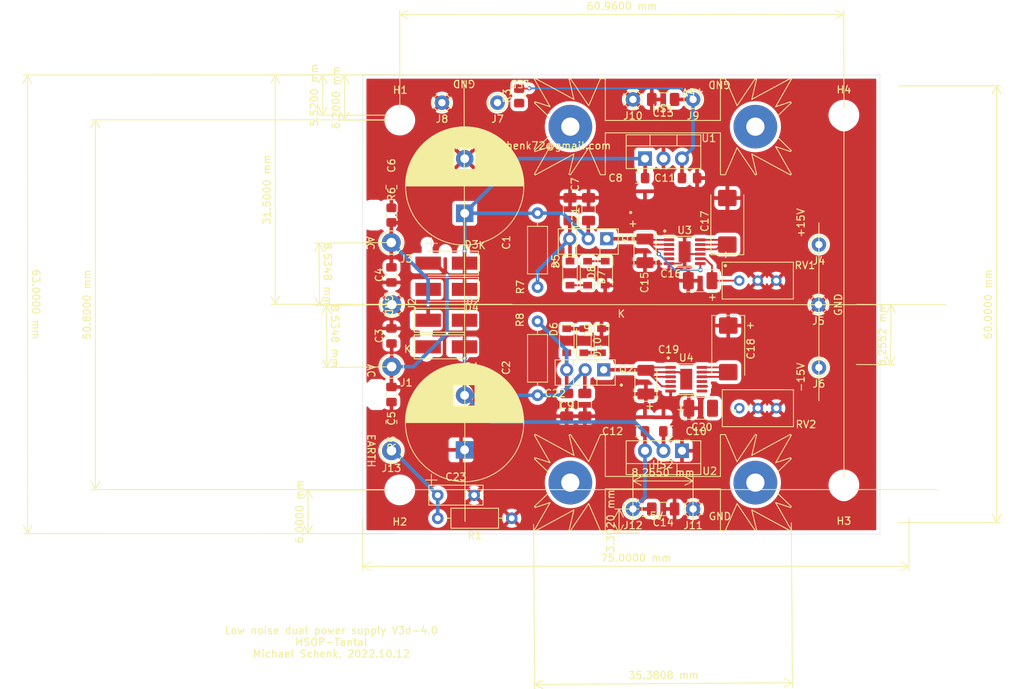
<source format=kicad_pcb>
(kicad_pcb (version 20211014) (generator pcbnew)
  (layers (0 "F.Cu" signal) (31 "B.Cu" signal) (34 "B.Paste" user) (35 "F.Paste" user) (36 "B.SilkS" user "B.Silkscreen") (37 "F.SilkS" user "F.Silkscreen") (38 "B.Mask" user) (39 "F.Mask" user) (44 "Edge.Cuts" user))
  (net 0 "")
  (net 1 "GND")
  (net 2 "Net-(C1-Pad1)")
  (net 3 "Net-(C4-Pad2)")
  (net 4 "Net-(C10-Pad2)")
  (net 5 "Net-(C11-Pad1)")
  (net 6 "Net-(C12-Pad2)")
  (net 7 "Net-(J7-Pad1)")
  (net 8 "Net-(C7-Pad1)")
  (net 9 "Net-(C9-Pad2)")
  (net 10 "Net-(C17-Pad1)")
  (net 11 "Net-(C18-Pad2)")
  (net 12 "Net-(C3-Pad1)")
  (net 13 "Net-(C5-Pad2)")
  (net 14 "Net-(C6-Pad2)")
  (net 15 "Net-(C20-Pad2)")
  (net 16 "Net-(D5-Pad2)")
  (net 17 "Net-(D10-Pad2)")
  (net 18 "Net-(D7-Pad2)")
  (net 19 "Net-(D10-Pad1)")
  (net 20 "Net-(C15-Pad1)")
  (net 21 "Net-(C16-Pad1)")
  (net 22 "Net-(C19-Pad2)")
  (net 26 "Net-(R1-Pad2)")
  (footprint "MountingHole:MountingHole_3.2mm_M3" (layer "F.Cu") (at 85.09 84.5)
    (fp_text reference "H2" (at 0 4.3815) (layer "F.SilkS"))
    (fp_text value "MountingHole")
    (pad "" np_thru_hole circle (at 0 0) (size 3.2 3.2) (drill 3.2) (layers *.Cu *.Mask))
  )
  (footprint "Connector_Pin:Pin_D1.0mm_L10.0mm" (layer "F.Cu") (at 142.5575 59.055)
    (fp_text reference "J5" (at 0 2.25) (layer "F.SilkS"))
    (fp_text value "GND")
    (pad "1" thru_hole circle (at 0 0) (size 2 2) (drill 1) (layers *.Cu *.Mask) (net 1 "GND"))
  )
  (footprint "Capacitor_THT:CP_Radial_D16.0mm_P7.50mm" (layer "F.Cu") (at 94 46.5 90)
    (fp_text reference "C1" (at -4.0132 5.715 90) (layer "F.SilkS"))
    (fp_text value "2200uF")
    (pad "1" thru_hole rect (at 0 0 90) (size 2.4 2.4) (drill 1.2) (layers *.Cu *.Mask) (net 2 "Net-(C1-Pad1)"))
    (pad "2" thru_hole circle (at 7.5 0 90) (size 2.4 2.4) (drill 1.2) (layers *.Cu *.Mask) (net 1 "GND"))
  )
  (footprint "MountingHole:MountingHole_3.2mm_M3" (layer "F.Cu") (at 85.09 33.7)
    (fp_text reference "H1" (at 0.0635 -4.1275) (layer "F.SilkS"))
    (fp_text value "MountingHole")
    (pad "" np_thru_hole circle (at 0 0) (size 3.2 3.2) (drill 3.2) (layers *.Cu *.Mask))
  )
  (footprint "MountingHole:MountingHole_3.2mm_M3" (layer "F.Cu") (at 146.05 33.655)
    (fp_text reference "H4" (at 0 -4.1275) (layer "F.SilkS"))
    (fp_text value "MountingHole")
    (pad "" np_thru_hole circle (at 0 0) (size 3.2 3.2) (drill 3.2) (layers *.Cu *.Mask))
  )
  (footprint "Connector_Pin:Pin_D1.3mm_L11.0mm" (layer "F.Cu") (at 83.9724 67.564)
    (fp_text reference "J1" (at 2.0066 2.2098) (layer "F.SilkS"))
    (fp_text value "AC")
    (pad "1" thru_hole circle (at 0 0) (size 2.6 2.6) (drill 1.3) (layers *.Cu *.Mask) (net 12 "Net-(C3-Pad1)"))
  )
  (footprint "Connector_Pin:Pin_D1.0mm_L10.0mm" (layer "F.Cu") (at 142.621 50.8)
    (fp_text reference "J4" (at 0 2.25) (layer "F.SilkS"))
    (fp_text value "+15V")
    (pad "1" thru_hole circle (at 0 0) (size 2 2) (drill 1) (layers *.Cu *.Mask) (net 10 "Net-(C17-Pad1)"))
  )
  (footprint "Potentiometer_THT:Potentiometer_Bourns_3296W_Vertical" (layer "F.Cu") (at 131.689 55.753 180)
    (fp_text reference "RV1" (at -9.017 2.0955) (layer "F.SilkS"))
    (fp_text value "200k")
    (pad "1" thru_hole circle (at 0 0 180) (size 1.44 1.44) (drill 0.8) (layers *.Cu *.Mask) (net 21 "Net-(C16-Pad1)"))
    (pad "2" thru_hole circle (at -2.54 0 180) (size 1.44 1.44) (drill 0.8) (layers *.Cu *.Mask) (net 1 "GND"))
    (pad "3" thru_hole circle (at -5.08 0 180) (size 1.44 1.44) (drill 0.8) (layers *.Cu *.Mask) (net 1 "GND"))
  )
  (footprint "Capacitor_THT:CP_Radial_D16.0mm_P7.50mm" (layer "F.Cu") (at 93.98 79 90)
    (fp_text reference "C2" (at 11.2846 5.715 90) (layer "F.SilkS"))
    (fp_text value "2200uF")
    (pad "1" thru_hole rect (at 0 0 90) (size 2.4 2.4) (drill 1.2) (layers *.Cu *.Mask) (net 1 "GND"))
    (pad "2" thru_hole circle (at 7.5 0 90) (size 2.4 2.4) (drill 1.2) (layers *.Cu *.Mask) (net 4 "Net-(C10-Pad2)"))
  )
  (footprint "MountingHole:MountingHole_3.2mm_M3" (layer "F.Cu") (at 146.05 84.455)
    (fp_text reference "H3" (at 0 4.318) (layer "F.SilkS"))
    (fp_text value "MountingHole")
    (pad "" np_thru_hole circle (at 0 0) (size 3.2 3.2) (drill 3.2) (layers *.Cu *.Mask))
  )
  (footprint "Capacitor_SMD:C_0805_2012Metric_Pad1.18x1.45mm_HandSolder" (layer "F.Cu") (at 117.729 41.656 180)
    (fp_text reference "C8" (at 3.0265 0) (layer "F.SilkS"))
    (fp_text value "330nF")
    (pad "1" smd roundrect (at -1.0375 0 180) (size 1.175 1.45) (layers "F.Cu" "F.Paste" "F.Mask") (roundrect_rratio 0.212766) (net 2 "Net-(C1-Pad1)"))
    (pad "2" smd roundrect (at 1.0375 0 180) (size 1.175 1.45) (layers "F.Cu" "F.Paste" "F.Mask") (roundrect_rratio 0.212766) (net 1 "GND"))
  )
  (footprint "Capacitor_SMD:C_0805_2012Metric_Pad1.18x1.45mm_HandSolder" (layer "F.Cu") (at 122.301 76.454 180)
    (fp_text reference "C10" (at -3.471 0) (layer "F.SilkS"))
    (fp_text value "330nF")
    (pad "1" smd roundrect (at -1.0375 0 180) (size 1.175 1.45) (layers "F.Cu" "F.Paste" "F.Mask") (roundrect_rratio 0.212766) (net 1 "GND"))
    (pad "2" smd roundrect (at 1.0375 0 180) (size 1.175 1.45) (layers "F.Cu" "F.Paste" "F.Mask") (roundrect_rratio 0.212766) (net 4 "Net-(C10-Pad2)"))
  )
  (footprint "Capacitor_SMD:C_0805_2012Metric_Pad1.18x1.45mm_HandSolder" (layer "F.Cu") (at 124.8625 41.656)
    (fp_text reference "C11" (at -3.387 0) (layer "F.SilkS"))
    (fp_text value "100nF")
    (pad "1" smd roundrect (at -1.0375 0) (size 1.175 1.45) (layers "F.Cu" "F.Paste" "F.Mask") (roundrect_rratio 0.212766) (net 5 "Net-(C11-Pad1)"))
    (pad "2" smd roundrect (at 1.0375 0) (size 1.175 1.45) (layers "F.Cu" "F.Paste" "F.Mask") (roundrect_rratio 0.212766) (net 1 "GND"))
  )
  (footprint "Capacitor_SMD:C_0805_2012Metric_Pad1.18x1.45mm_HandSolder" (layer "F.Cu") (at 117.7075 76.454)
    (fp_text reference "C12" (at -3.4075 0) (layer "F.SilkS"))
    (fp_text value "100nF")
    (pad "1" smd roundrect (at -1.0375 0) (size 1.175 1.45) (layers "F.Cu" "F.Paste" "F.Mask") (roundrect_rratio 0.212766) (net 1 "GND"))
    (pad "2" smd roundrect (at 1.0375 0) (size 1.175 1.45) (layers "F.Cu" "F.Paste" "F.Mask") (roundrect_rratio 0.212766) (net 6 "Net-(C12-Pad2)"))
  )
  (footprint "Connector_Pin:Pin_D1.0mm_L10.0mm" (layer "F.Cu") (at 98.5 31.3055)
    (fp_text reference "J7" (at 0 2.25) (layer "F.SilkS"))
    (fp_text value "LED")
    (pad "1" thru_hole circle (at 0 0) (size 2 2) (drill 1) (layers *.Cu *.Mask) (net 7 "Net-(J7-Pad1)"))
  )
  (footprint "Connector_Pin:Pin_D1.0mm_L10.0mm" (layer "F.Cu") (at 90.88 31.3055)
    (fp_text reference "J8" (at 0 2.25) (layer "F.SilkS"))
    (fp_text value "GND")
    (pad "1" thru_hole circle (at 0 0) (size 2 2) (drill 1) (layers *.Cu *.Mask) (net 1 "GND"))
  )
  (footprint "Connector_Pin:Pin_D1.0mm_L10.0mm" (layer "F.Cu") (at 125.349 30.861)
    (fp_text reference "J9" (at 0 2.25) (layer "F.SilkS"))
    (fp_text value "+5V")
    (pad "1" thru_hole circle (at 0 0) (size 2 2) (drill 1) (layers *.Cu *.Mask) (net 5 "Net-(C11-Pad1)"))
  )
  (footprint "Connector_Pin:Pin_D1.0mm_L10.0mm" (layer "F.Cu") (at 117.094 30.861)
    (fp_text reference "J10" (at 0 2.25) (layer "F.SilkS"))
    (fp_text value "GND")
    (pad "1" thru_hole circle (at 0 0) (size 2 2) (drill 1) (layers *.Cu *.Mask) (net 1 "GND"))
  )
  (footprint "Connector_Pin:Pin_D1.0mm_L10.0mm" (layer "F.Cu") (at 125.349 87.122)
    (fp_text reference "J11" (at 0 2.25) (layer "F.SilkS"))
    (fp_text value "GND")
    (pad "1" thru_hole circle (at 0 0) (size 2 2) (drill 1) (layers *.Cu *.Mask) (net 1 "GND"))
  )
  (footprint "Resistor_SMD:R_0805_2012Metric_Pad1.20x1.40mm_HandSolder" (layer "F.Cu") (at 101.473 30.369 90)
    (fp_text reference "R3" (at 0 -1.65 90) (layer "F.SilkS"))
    (fp_text value "240R")
    (pad "1" smd roundrect (at -1 0 90) (size 1.2 1.4) (layers "F.Cu" "F.Paste" "F.Mask") (roundrect_rratio 0.208333) (net 7 "Net-(J7-Pad1)"))
    (pad "2" smd roundrect (at 1 0 90) (size 1.2 1.4) (layers "F.Cu" "F.Paste" "F.Mask") (roundrect_rratio 0.208333) (net 5 "Net-(C11-Pad1)"))
  )
  (footprint "Connector_Pin:Pin_D1.3mm_L11.0mm" (layer "F.Cu") (at 84 59.0505)
    (fp_text reference "J2" (at 2.794 -0.0635 270) (layer "F.SilkS"))
    (fp_text value "GND")
    (pad "1" thru_hole circle (at 0 0) (size 2.6 2.6) (drill 1.3) (layers *.Cu *.Mask) (net 1 "GND"))
  )
  (footprint "Capacitor_Tantalum_SMD:CP_EIA-7343-31_Kemet-D_Pad2.25x2.55mm_HandSolder" (layer "F.Cu") (at 130.048 47.6 90)
    (fp_text reference "C17" (at 0 -3.1 90) (layer "F.SilkS"))
    (fp_text value "33uF/25V")
    (pad "1" smd roundrect (at -3.2 0 90) (size 2.25 2.55) (layers "F.Cu" "F.Paste" "F.Mask") (roundrect_rratio 0.111111) (net 10 "Net-(C17-Pad1)"))
    (pad "2" smd roundrect (at 3.2 0 90) (size 2.25 2.55) (layers "F.Cu" "F.Paste" "F.Mask") (roundrect_rratio 0.111111) (net 1 "GND"))
  )
  (footprint "Diode_SMD:D_SMA_Handsoldering" (layer "F.Cu") (at 91.48 64.849)
    (fp_text reference "D1" (at 3.5668 2.7432) (layer "F.SilkS"))
    (fp_text value "BYG20D")
    (pad "1" smd rect (at -2.5 0) (size 3.5 1.8) (layers "F.Cu" "F.Paste" "F.Mask") (net 12 "Net-(C3-Pad1)"))
    (pad "2" smd rect (at 2.5 0) (size 3.5 1.8) (layers "F.Cu" "F.Paste" "F.Mask") (net 4 "Net-(C10-Pad2)"))
  )
  (footprint "Diode_SMD:D_SMA_Handsoldering" (layer "F.Cu") (at 91.48 61.1914)
    (fp_text reference "D2" (at 3.6684 -2.6416) (layer "F.SilkS"))
    (fp_text value "BYG20D")
    (pad "1" smd rect (at -2.5 0) (size 3.5 1.8) (layers "F.Cu" "F.Paste" "F.Mask") (net 3 "Net-(C4-Pad2)"))
    (pad "2" smd rect (at 2.5 0) (size 3.5 1.8) (layers "F.Cu" "F.Paste" "F.Mask") (net 4 "Net-(C10-Pad2)"))
  )
  (footprint "Package_TO_SOT_THT:TO-220-3_Vertical" (layer "F.Cu") (at 123.825 79.121 180)
    (fp_text reference "U2" (at -3.81 -2.794) (layer "F.SilkS"))
    (fp_text value "LM7905_TO220")
    (pad "1" thru_hole rect (at 0 0 180) (size 1.905 2) (drill 1.1) (layers *.Cu *.Mask) (net 1 "GND"))
    (pad "2" thru_hole oval (at 2.54 0 180) (size 1.905 2) (drill 1.1) (layers *.Cu *.Mask) (net 4 "Net-(C10-Pad2)"))
    (pad "3" thru_hole oval (at 5.08 0 180) (size 1.905 2) (drill 1.1) (layers *.Cu *.Mask) (net 6 "Net-(C12-Pad2)"))
  )
  (footprint "Potentiometer_THT:Potentiometer_Bourns_3296W_Vertical" (layer "F.Cu") (at 131.699 73.279 180)
    (fp_text reference "RV2" (at -9.144 -2.2225) (layer "F.SilkS"))
    (fp_text value "200k")
    (pad "1" thru_hole circle (at 0 0 180) (size 1.44 1.44) (drill 0.8) (layers *.Cu *.Mask) (net 15 "Net-(C20-Pad2)"))
    (pad "2" thru_hole circle (at -2.54 0 180) (size 1.44 1.44) (drill 0.8) (layers *.Cu *.Mask) (net 1 "GND"))
    (pad "3" thru_hole circle (at -5.08 0 180) (size 1.44 1.44) (drill 0.8) (layers *.Cu *.Mask) (net 1 "GND"))
  )
  (footprint "Connector_Pin:Pin_D1.3mm_L11.0mm" (layer "F.Cu") (at 83.9216 50.5161)
    (fp_text reference "J3" (at 2.0574 2.2479 180) (layer "F.SilkS"))
    (fp_text value "AC")
    (pad "1" thru_hole circle (at 0 0) (size 2.6 2.6) (drill 1.3) (layers *.Cu *.Mask) (net 3 "Net-(C4-Pad2)"))
  )
  (footprint "Diode_SMD:D_SMA_Handsoldering" (layer "F.Cu") (at 91.48 53.349 180)
    (fp_text reference "D3" (at -3.4652 2.54) (layer "F.SilkS"))
    (fp_text value "BYG20D")
    (pad "1" smd rect (at -2.5 0 180) (size 3.5 1.8) (layers "F.Cu" "F.Paste" "F.Mask") (net 2 "Net-(C1-Pad1)"))
    (pad "2" smd rect (at 2.5 0 180) (size 3.5 1.8) (layers "F.Cu" "F.Paste" "F.Mask") (net 12 "Net-(C3-Pad1)"))
  )
  (footprint "Diode_SMD:D_SMA_Handsoldering" (layer "F.Cu") (at 91.48 56.9558 180)
    (fp_text reference "D4" (at -3.4652 -2.5) (layer "F.SilkS"))
    (fp_text value "BYG20D")
    (pad "1" smd rect (at -2.5 0 180) (size 3.5 1.8) (layers "F.Cu" "F.Paste" "F.Mask") (net 2 "Net-(C1-Pad1)"))
    (pad "2" smd rect (at 2.5 0 180) (size 3.5 1.8) (layers "F.Cu" "F.Paste" "F.Mask") (net 3 "Net-(C4-Pad2)"))
  )
  (footprint "Capacitor_SMD:C_0805_2012Metric_Pad1.18x1.45mm_HandSolder" (layer "F.Cu") (at 83.947 63.3515 90)
    (fp_text reference "C3" (at 0 -1.68 90) (layer "F.SilkS"))
    (fp_text value "Cx/10nF/50V")
    (pad "1" smd roundrect (at -1.0375 0 90) (size 1.175 1.45) (layers "F.Cu" "F.Paste" "F.Mask") (roundrect_rratio 0.212766) (net 12 "Net-(C3-Pad1)"))
    (pad "2" smd roundrect (at 1.0375 0 90) (size 1.175 1.45) (layers "F.Cu" "F.Paste" "F.Mask") (roundrect_rratio 0.212766) (net 1 "GND"))
  )
  (footprint "Capacitor_SMD:C_0805_2012Metric_Pad1.18x1.45mm_HandSolder" (layer "F.Cu") (at 83.947 54.9625 90)
    (fp_text reference "C4" (at 0 -1.68 90) (layer "F.SilkS"))
    (fp_text value "Cx/10nF/50V")
    (pad "1" smd roundrect (at -1.0375 0 90) (size 1.175 1.45) (layers "F.Cu" "F.Paste" "F.Mask") (roundrect_rratio 0.212766) (net 1 "GND"))
    (pad "2" smd roundrect (at 1.0375 0 90) (size 1.175 1.45) (layers "F.Cu" "F.Paste" "F.Mask") (roundrect_rratio 0.212766) (net 3 "Net-(C4-Pad2)"))
  )
  (footprint "Capacitor_SMD:C_0805_2012Metric_Pad1.18x1.45mm_HandSolder" (layer "F.Cu") (at 83.947 71.3955 -90)
    (fp_text reference "C5" (at 3.2805 0 90) (layer "F.SilkS"))
    (fp_text value "Cs/50V")
    (pad "1" smd roundrect (at -1.0375 0 270) (size 1.175 1.45) (layers "F.Cu" "F.Paste" "F.Mask") (roundrect_rratio 0.212766) (net 12 "Net-(C3-Pad1)"))
    (pad "2" smd roundrect (at 1.0375 0 270) (size 1.175 1.45) (layers "F.Cu" "F.Paste" "F.Mask") (roundrect_rratio 0.212766) (net 13 "Net-(C5-Pad2)"))
  )
  (footprint "Capacitor_SMD:C_0805_2012Metric_Pad1.18x1.45mm_HandSolder" (layer "F.Cu") (at 83.947 42.9045 -90)
    (fp_text reference "C6" (at -2.963 0 90) (layer "F.SilkS"))
    (fp_text value "Cs/50V")
    (pad "1" smd roundrect (at -1.0375 0 270) (size 1.175 1.45) (layers "F.Cu" "F.Paste" "F.Mask") (roundrect_rratio 0.212766) (net 1 "GND"))
    (pad "2" smd roundrect (at 1.0375 0 270) (size 1.175 1.45) (layers "F.Cu" "F.Paste" "F.Mask") (roundrect_rratio 0.212766) (net 14 "Net-(C6-Pad2)"))
  )
  (footprint "Capacitor_SMD:C_1206_3216Metric_Pad1.33x1.80mm_HandSolder" (layer "F.Cu") (at 108.458 45.9375 90)
    (fp_text reference "C7" (at 3.3905 0.6985 90) (layer "F.SilkS"))
    (fp_text value "4.7uF/50V")
    (pad "1" smd roundrect (at -1.5625 0 90) (size 1.325 1.8) (layers "F.Cu" "F.Paste" "F.Mask") (roundrect_rratio 0.188679) (net 8 "Net-(C7-Pad1)"))
    (pad "2" smd roundrect (at 1.5625 0 90) (size 1.325 1.8) (layers "F.Cu" "F.Paste" "F.Mask") (roundrect_rratio 0.188679) (net 1 "GND"))
  )
  (footprint "Capacitor_SMD:C_1206_3216Metric_Pad1.33x1.80mm_HandSolder" (layer "F.Cu") (at 108 72.8095 90)
    (fp_text reference "C9" (at -0.0885 0) (layer "F.SilkS"))
    (fp_text value "4.7uF/50V")
    (pad "1" smd roundrect (at -1.5625 0 90) (size 1.325 1.8) (layers "F.Cu" "F.Paste" "F.Mask") (roundrect_rratio 0.188679) (net 1 "GND"))
    (pad "2" smd roundrect (at 1.5625 0 90) (size 1.325 1.8) (layers "F.Cu" "F.Paste" "F.Mask") (roundrect_rratio 0.188679) (net 9 "Net-(C9-Pad2)"))
  )
  (footprint "Diode_SMD:D_SOD-123" (layer "F.Cu") (at 108.458 54.736 -90)
    (fp_text reference "D5" (at -1.65 1.9685 90) (layer "F.SilkS"))
    (fp_text value "MMSZ5232B/5.6V")
    (pad "1" smd rect (at -1.65 0 270) (size 0.9 1.2) (layers "F.Cu" "F.Paste" "F.Mask") (net 8 "Net-(C7-Pad1)"))
    (pad "2" smd rect (at 1.65 0 270) (size 0.9 1.2) (layers "F.Cu" "F.Paste" "F.Mask") (net 16 "Net-(D5-Pad2)"))
  )
  (footprint "Diode_SMD:D_SOD-123" (layer "F.Cu") (at 108 64.009 -90)
    (fp_text reference "D6" (at -1.5885 1.778 -270) (layer "F.SilkS"))
    (fp_text value "MMSZ5232B/5.6V")
    (pad "1" smd rect (at -1.65 0 270) (size 0.9 1.2) (layers "F.Cu" "F.Paste" "F.Mask") (net 17 "Net-(D10-Pad2)"))
    (pad "2" smd rect (at 1.65 0 270) (size 0.9 1.2) (layers "F.Cu" "F.Paste" "F.Mask") (net 9 "Net-(C9-Pad2)"))
  )
  (footprint "Package_TO_SOT_THT:TO-126-3_Vertical" (layer "F.Cu") (at 113.5 50 180)
    (fp_text reference "Q1" (at -2.9845 0.0635) (layer "F.SilkS"))
    (fp_text value "BD139")
    (pad "1" thru_hole rect (at 0 0 180) (size 1.8 1.8) (drill 1) (layers *.Cu *.Mask) (net 20 "Net-(C15-Pad1)"))
    (pad "2" thru_hole oval (at 2.54 0 180) (size 1.8 1.8) (drill 1) (layers *.Cu *.Mask) (net 2 "Net-(C1-Pad1)"))
    (pad "3" thru_hole oval (at 5.08 0 180) (size 1.8 1.8) (drill 1) (layers *.Cu *.Mask) (net 8 "Net-(C7-Pad1)"))
  )
  (footprint "Package_TO_SOT_THT:TO-126-3_Vertical" (layer "F.Cu") (at 113.08 68 180)
    (fp_text reference "Q2" (at -3.1115 0.0635) (layer "F.SilkS"))
    (fp_text value "BD140")
    (pad "1" thru_hole rect (at 0 0 180) (size 1.8 1.8) (drill 1) (layers *.Cu *.Mask) (net 22 "Net-(C19-Pad2)"))
    (pad "2" thru_hole oval (at 2.54 0 180) (size 1.8 1.8) (drill 1) (layers *.Cu *.Mask) (net 4 "Net-(C10-Pad2)"))
    (pad "3" thru_hole oval (at 5.08 0 180) (size 1.8 1.8) (drill 1) (layers *.Cu *.Mask) (net 9 "Net-(C9-Pad2)"))
  )
  (footprint "Resistor_SMD:R_0805_2012Metric_Pad1.20x1.40mm_HandSolder" (layer "F.Cu") (at 83.947 75.168 -90)
    (fp_text reference "R5" (at 2.8735 -0.0635 90) (layer "F.SilkS"))
    (fp_text value "Rs/1/8W")
    (pad "1" smd roundrect (at -1 0 270) (size 1.2 1.4) (layers "F.Cu" "F.Paste" "F.Mask") (roundrect_rratio 0.208333) (net 13 "Net-(C5-Pad2)"))
    (pad "2" smd roundrect (at 1 0 270) (size 1.2 1.4) (layers "F.Cu" "F.Paste" "F.Mask") (roundrect_rratio 0.208333) (net 1 "GND"))
  )
  (footprint "Resistor_SMD:R_0805_2012Metric_Pad1.20x1.40mm_HandSolder" (layer "F.Cu") (at 83.947 46.752 -90)
    (fp_text reference "R6" (at -2.8735 0 90) (layer "F.SilkS"))
    (fp_text value "Rs/1/8W")
    (pad "1" smd roundrect (at -1 0 270) (size 1.2 1.4) (layers "F.Cu" "F.Paste" "F.Mask") (roundrect_rratio 0.208333) (net 14 "Net-(C6-Pad2)"))
    (pad "2" smd roundrect (at 1 0 270) (size 1.2 1.4) (layers "F.Cu" "F.Paste" "F.Mask") (roundrect_rratio 0.208333) (net 3 "Net-(C4-Pad2)"))
  )
  (footprint "Resistor_THT:R_Axial_DIN0207_L6.3mm_D2.5mm_P10.16mm_Horizontal" (layer "F.Cu") (at 104 46.482 -90)
    (fp_text reference "R7" (at 10.16 2.3495 90) (layer "F.SilkS"))
    (fp_text value "430R/0.6W")
    (pad "1" thru_hole circle (at 0 0 270) (size 1.6 1.6) (drill 0.8) (layers *.Cu *.Mask) (net 2 "Net-(C1-Pad1)"))
    (pad "2" thru_hole oval (at 10.16 0 270) (size 1.6 1.6) (drill 0.8) (layers *.Cu *.Mask) (net 8 "Net-(C7-Pad1)"))
  )
  (footprint "Resistor_THT:R_Axial_DIN0207_L6.3mm_D2.5mm_P10.16mm_Horizontal" (layer "F.Cu") (at 104 61.34 -90)
    (fp_text reference "R8" (at -0.1905 2.413 90) (layer "F.SilkS"))
    (fp_text value "430R/0.6W")
    (pad "1" thru_hole circle (at 0 0 270) (size 1.6 1.6) (drill 0.8) (layers *.Cu *.Mask) (net 9 "Net-(C9-Pad2)"))
    (pad "2" thru_hole oval (at 10.16 0 270) (size 1.6 1.6) (drill 0.8) (layers *.Cu *.Mask) (net 4 "Net-(C10-Pad2)"))
  )
  (footprint "Capacitor_SMD:C_1206_3216Metric_Pad1.33x1.80mm_HandSolder" (layer "F.Cu") (at 121.2465 30.861 180)
    (fp_text reference "C13" (at 0 -1.85) (layer "F.SilkS"))
    (fp_text value "10uF/25V")
    (pad "1" smd roundrect (at -1.5625 0 180) (size 1.325 1.8) (layers "F.Cu" "F.Paste" "F.Mask") (roundrect_rratio 0.188679) (net 5 "Net-(C11-Pad1)"))
    (pad "2" smd roundrect (at 1.5625 0 180) (size 1.325 1.8) (layers "F.Cu" "F.Paste" "F.Mask") (roundrect_rratio 0.188679) (net 1 "GND"))
  )
  (footprint "Capacitor_SMD:C_1206_3216Metric_Pad1.33x1.80mm_HandSolder" (layer "F.Cu") (at 121.2465 87.122 180)
    (fp_text reference "C14" (at 0 -1.85) (layer "F.SilkS"))
    (fp_text value "10uF/25V")
    (pad "1" smd roundrect (at -1.5625 0 180) (size 1.325 1.8) (layers "F.Cu" "F.Paste" "F.Mask") (roundrect_rratio 0.188679) (net 1 "GND"))
    (pad "2" smd roundrect (at 1.5625 0 180) (size 1.325 1.8) (layers "F.Cu" "F.Paste" "F.Mask") (roundrect_rratio 0.188679) (net 6 "Net-(C12-Pad2)"))
  )
  (footprint "Connector_Pin:Pin_D1.0mm_L10.0mm" (layer "F.Cu") (at 117.094 87.122)
    (fp_text reference "J12" (at 0 2.25) (layer "F.SilkS"))
    (fp_text value "-5V")
    (pad "1" thru_hole circle (at 0 0) (size 2 2) (drill 1) (layers *.Cu *.Mask) (net 6 "Net-(C12-Pad2)"))
  )
  (footprint "Package_TO_SOT_THT:TO-220-3_Vertical" (layer "F.Cu") (at 118.745 38.989)
    (fp_text reference "U1" (at 8.763 -2.794) (layer "F.SilkS"))
    (fp_text value "LM7805_TO220")
    (pad "1" thru_hole rect (at 0 0) (size 1.905 2) (drill 1.1) (layers *.Cu *.Mask) (net 2 "Net-(C1-Pad1)"))
    (pad "2" thru_hole oval (at 2.54 0) (size 1.905 2) (drill 1.1) (layers *.Cu *.Mask) (net 1 "GND"))
    (pad "3" thru_hole oval (at 5.08 0) (size 1.905 2) (drill 1.1) (layers *.Cu *.Mask) (net 5 "Net-(C11-Pad1)"))
  )
  (footprint "Capacitor_Tantalum_SMD:CP_EIA-7343-31_Kemet-D_Pad2.25x2.55mm_HandSolder" (layer "F.Cu") (at 130.175 65.126 -90)
    (fp_text reference "C18" (at 0 -3.1 -270) (layer "F.SilkS"))
    (fp_text value "33uF/25V")
    (pad "1" smd roundrect (at -3.2 0 270) (size 2.25 2.55) (layers "F.Cu" "F.Paste" "F.Mask") (roundrect_rratio 0.111111) (net 1 "GND"))
    (pad "2" smd roundrect (at 3.2 0 270) (size 2.25 2.55) (layers "F.Cu" "F.Paste" "F.Mask") (roundrect_rratio 0.111111) (net 11 "Net-(C18-Pad2)"))
  )
  (footprint "Diode_SMD:D_SOD-123" (layer "F.Cu") (at 110.871 54.736 90)
    (fp_text reference "D7" (at -0.5705 1.905 90) (layer "F.SilkS"))
    (fp_text value "MMSZ5232B/5.6V")
    (pad "1" smd rect (at -1.65 0 90) (size 0.9 1.2) (layers "F.Cu" "F.Paste" "F.Mask") (net 16 "Net-(D5-Pad2)"))
    (pad "2" smd rect (at 1.65 0 90) (size 0.9 1.2) (layers "F.Cu" "F.Paste" "F.Mask") (net 18 "Net-(D7-Pad2)"))
  )
  (footprint "Diode_SMD:D_SOD-123" (layer "F.Cu") (at 113.284 54.736 -90)
    (fp_text reference "D8" (at -0.126 1.905 90) (layer "F.SilkS"))
    (fp_text value "MMSZ5232B/5.6V")
    (pad "1" smd rect (at -1.65 0 270) (size 0.9 1.2) (layers "F.Cu" "F.Paste" "F.Mask") (net 18 "Net-(D7-Pad2)"))
    (pad "2" smd rect (at 1.65 0 270) (size 0.9 1.2) (layers "F.Cu" "F.Paste" "F.Mask") (net 1 "GND"))
  )
  (footprint "Diode_SMD:D_SOD-123" (layer "F.Cu") (at 112.776 64.009 -90)
    (fp_text reference "D9" (at -1.4615 1.778 -270) (layer "F.SilkS"))
    (fp_text value "MMSZ5232B/5.6V")
    (pad "1" smd rect (at -1.65 0 270) (size 0.9 1.2) (layers "F.Cu" "F.Paste" "F.Mask") (net 1 "GND"))
    (pad "2" smd rect (at 1.65 0 270) (size 0.9 1.2) (layers "F.Cu" "F.Paste" "F.Mask") (net 19 "Net-(D10-Pad1)"))
  )
  (footprint "Diode_SMD:D_SOD-123" (layer "F.Cu") (at 110.363 64.009 90)
    (fp_text reference "D10" (at -0.9535 1.8415 90) (layer "F.SilkS"))
    (fp_text value "MMSZ5232B/5.6V")
    (pad "1" smd rect (at -1.65 0 90) (size 0.9 1.2) (layers "F.Cu" "F.Paste" "F.Mask") (net 19 "Net-(D10-Pad1)"))
    (pad "2" smd rect (at 1.65 0 90) (size 0.9 1.2) (layers "F.Cu" "F.Paste" "F.Mask") (net 17 "Net-(D10-Pad2)"))
  )
  (footprint "Capacitor_Tantalum_SMD:CP_EIA-3528-15_AVX-H_Pad1.50x2.35mm_HandSolder" (layer "F.Cu") (at 126.391 73.279)
    (fp_text reference "C20" (at 0.1645 2.6035) (layer "F.SilkS"))
    (fp_text value "4.7uF/35V")
    (pad "1" smd roundrect (at -1.625 0) (size 1.5 2.35) (layers "F.Cu" "F.Paste" "F.Mask") (roundrect_rratio 0.166667) (net 1 "GND"))
    (pad "2" smd roundrect (at 1.625 0) (size 1.5 2.35) (layers "F.Cu" "F.Paste" "F.Mask") (roundrect_rratio 0.166667) (net 15 "Net-(C20-Pad2)"))
  )
  (footprint "Connector_Pin:Pin_D1.0mm_L10.0mm" (layer "F.Cu") (at 142.621 67.691)
    (fp_text reference "J6" (at 0 2.25) (layer "F.SilkS"))
    (fp_text value "-15V")
    (pad "1" thru_hole circle (at 0 0) (size 2 2) (drill 1) (layers *.Cu *.Mask) (net 11 "Net-(C18-Pad2)"))
  )
  (footprint "Capacitor_SMD:C_1206_3216Metric_Pad1.33x1.80mm_HandSolder" (layer "F.Cu") (at 111 45.9375 90)
    (fp_text reference "C21" (at -1.168 -1.778 90) (layer "F.SilkS"))
    (fp_text value "4.7uF/50V")
    (pad "1" smd roundrect (at -1.5625 0 90) (size 1.325 1.8) (layers "F.Cu" "F.Paste" "F.Mask") (roundrect_rratio 0.188679) (net 2 "Net-(C1-Pad1)"))
    (pad "2" smd roundrect (at 1.5625 0 90) (size 1.325 1.8) (layers "F.Cu" "F.Paste" "F.Mask") (roundrect_rratio 0.188679) (net 1 "GND"))
  )
  (footprint "Capacitor_SMD:C_1206_3216Metric_Pad1.33x1.80mm_HandSolder" (layer "F.Cu") (at 110.49 72.8095 90)
    (fp_text reference "C22" (at 1.5625 -4.064) (layer "F.SilkS"))
    (fp_text value "4.7uF/50V")
    (pad "1" smd roundrect (at -1.5625 0 90) (size 1.325 1.8) (layers "F.Cu" "F.Paste" "F.Mask") (roundrect_rratio 0.188679) (net 1 "GND"))
    (pad "2" smd roundrect (at 1.5625 0 90) (size 1.325 1.8) (layers "F.Cu" "F.Paste" "F.Mask") (roundrect_rratio 0.188679) (net 4 "Net-(C10-Pad2)"))
  )
  (footprint "Capacitor_Tantalum_SMD:CP_EIA-3528-15_AVX-H_Pad1.50x2.35mm_HandSolder" (layer "F.Cu") (at 118.872 69.697 90)
    (fp_text reference "C19" (at 4.4825 3.1115 180) (layer "F.SilkS"))
    (fp_text value "4.7uF/35V")
    (pad "1" smd roundrect (at -1.625 0 90) (size 1.5 2.35) (layers "F.Cu" "F.Paste" "F.Mask") (roundrect_rratio 0.166667) (net 1 "GND"))
    (pad "2" smd roundrect (at 1.625 0 90) (size 1.5 2.35) (layers "F.Cu" "F.Paste" "F.Mask") (roundrect_rratio 0.166667) (net 22 "Net-(C19-Pad2)"))
  )
  (footprint "Package_SO:MSOP-12-1EP_3x4mm_P0.65mm_EP1.65x2.85mm" (layer "F.Cu") (at 124.4105 69.2935)
    (fp_text reference "U4" (at 0 -2.95) (layer "F.SilkS"))
    (fp_text value "LT3094xMSE")
    (pad "1" smd roundrect (at -2.15 -1.625) (size 1.45 0.4) (layers "F.Cu" "F.Paste" "F.Mask") (net 22 "Net-(C19-Pad2)"))
    (pad "2" smd roundrect (at -2.15 -0.975) (size 1.45 0.4) (layers "F.Cu" "F.Paste" "F.Mask") (net 22 "Net-(C19-Pad2)"))
    (pad "3" smd roundrect (at -2.15 -0.325) (size 1.45 0.4) (layers "F.Cu" "F.Paste" "F.Mask") (net 22 "Net-(C19-Pad2)"))
    (pad "4" smd roundrect (at -2.15 0.325) (size 1.45 0.4) (layers "F.Cu" "F.Paste" "F.Mask"))
    (pad "5" smd roundrect (at -2.15 0.975) (size 1.45 0.4) (layers "F.Cu" "F.Paste" "F.Mask") (net 22 "Net-(C19-Pad2)"))
    (pad "6" smd roundrect (at -2.15 1.625) (size 1.45 0.4) (layers "F.Cu" "F.Paste" "F.Mask") (net 1 "GND"))
    (pad "7" smd roundrect (at 2.15 1.625) (size 1.45 0.4) (layers "F.Cu" "F.Paste" "F.Mask"))
    (pad "8" smd roundrect (at 2.15 0.975) (size 1.45 0.4) (layers "F.Cu" "F.Paste" "F.Mask") (net 15 "Net-(C20-Pad2)"))
    (pad "9" smd roundrect (at 2.15 0.325) (size 1.45 0.4) (layers "F.Cu" "F.Paste" "F.Mask") (net 1 "GND"))
    (pad "10" smd roundrect (at 2.15 -0.325) (size 1.45 0.4) (layers "F.Cu" "F.Paste" "F.Mask") (net 11 "Net-(C18-Pad2)"))
    (pad "11" smd roundrect (at 2.15 -0.975) (size 1.45 0.4) (layers "F.Cu" "F.Paste" "F.Mask") (net 11 "Net-(C18-Pad2)"))
    (pad "12" smd roundrect (at 2.15 -1.625) (size 1.45 0.4) (layers "F.Cu" "F.Paste" "F.Mask") (net 11 "Net-(C18-Pad2)"))
    (pad "13" smd rect (at 0 0) (size 1.65 2.85) (layers "F.Cu" "F.Mask") (net 22 "Net-(C19-Pad2)"))
  )
  (footprint "Capacitor_Tantalum_SMD:CP_EIA-3528-15_AVX-H_Pad1.50x2.35mm_HandSolder" (layer "F.Cu") (at 118.745 51.663 -90)
    (fp_text reference "C15" (at 4.344 0.0635 90) (layer "F.SilkS"))
    (fp_text value "4.7uF/35V")
    (pad "1" smd roundrect (at -1.625 0 270) (size 1.5 2.35) (layers "F.Cu" "F.Paste" "F.Mask") (roundrect_rratio 0.166667) (net 20 "Net-(C15-Pad1)"))
    (pad "2" smd roundrect (at 1.625 0 270) (size 1.5 2.35) (layers "F.Cu" "F.Paste" "F.Mask") (roundrect_rratio 0.166667) (net 1 "GND"))
  )
  (footprint "Capacitor_Tantalum_SMD:CP_EIA-3528-15_AVX-H_Pad1.50x2.35mm_HandSolder" (layer "F.Cu") (at 126.3175 55.753 180)
    (fp_text reference "C16" (at 4.0265 0.9525) (layer "F.SilkS"))
    (fp_text value "4.7uF/35V")
    (pad "1" smd roundrect (at -1.625 0 180) (size 1.5 2.35) (layers "F.Cu" "F.Paste" "F.Mask") (roundrect_rratio 0.166667) (net 21 "Net-(C16-Pad1)"))
    (pad "2" smd roundrect (at 1.625 0 180) (size 1.5 2.35) (layers "F.Cu" "F.Paste" "F.Mask") (roundrect_rratio 0.166667) (net 1 "GND"))
  )
  (footprint "Package_SO:MSOP-12-1EP_3x4mm_P0.65mm_EP1.65x2.85mm" (layer "F.Cu") (at 124.187 51.775)
    (fp_text reference "U3" (at 0 -2.95) (layer "F.SilkS"))
    (fp_text value "LT3045xMSE")
    (pad "1" smd roundrect (at -2.15 -1.625) (size 1.45 0.4) (layers "F.Cu" "F.Paste" "F.Mask") (net 20 "Net-(C15-Pad1)"))
    (pad "2" smd roundrect (at -2.15 -0.975) (size 1.45 0.4) (layers "F.Cu" "F.Paste" "F.Mask") (net 20 "Net-(C15-Pad1)"))
    (pad "3" smd roundrect (at -2.15 -0.325) (size 1.45 0.4) (layers "F.Cu" "F.Paste" "F.Mask") (net 20 "Net-(C15-Pad1)"))
    (pad "4" smd roundrect (at -2.15 0.325) (size 1.45 0.4) (layers "F.Cu" "F.Paste" "F.Mask") (net 20 "Net-(C15-Pad1)"))
    (pad "5" smd roundrect (at -2.15 0.975) (size 1.45 0.4) (layers "F.Cu" "F.Paste" "F.Mask"))
    (pad "6" smd roundrect (at -2.15 1.625) (size 1.45 0.4) (layers "F.Cu" "F.Paste" "F.Mask") (net 1 "GND"))
    (pad "7" smd roundrect (at 2.15 1.625) (size 1.45 0.4) (layers "F.Cu" "F.Paste" "F.Mask") (net 20 "Net-(C15-Pad1)"))
    (pad "8" smd roundrect (at 2.15 0.975) (size 1.45 0.4) (layers "F.Cu" "F.Paste" "F.Mask") (net 21 "Net-(C16-Pad1)"))
    (pad "9" smd roundrect (at 2.15 0.325) (size 1.45 0.4) (layers "F.Cu" "F.Paste" "F.Mask") (net 1 "GND"))
    (pad "10" smd roundrect (at 2.15 -0.325) (size 1.45 0.4) (layers "F.Cu" "F.Paste" "F.Mask") (net 10 "Net-(C17-Pad1)"))
    (pad "11" smd roundrect (at 2.15 -0.975) (size 1.45 0.4) (layers "F.Cu" "F.Paste" "F.Mask") (net 10 "Net-(C17-Pad1)"))
    (pad "12" smd roundrect (at 2.15 -1.625) (size 1.45 0.4) (layers "F.Cu" "F.Paste" "F.Mask") (net 10 "Net-(C17-Pad1)"))
    (pad "13" smd rect (at 0 0) (size 1.65 2.85) (layers "F.Cu" "F.Mask") (net 1 "GND"))
  )
  (footprint "Capacitor_THT:C_Rect_L7.2mm_W2.5mm_P5.00mm_FKS2_FKP2_MKS2_MKP2" (layer "F.Cu") (at 90.297 85.217)
    (fp_text reference "C23" (at 2.5 -2.5) (layer "F.SilkS"))
    (fp_text value "10nF")
    (pad "1" thru_hole circle (at 0 0) (size 1.6 1.6) (drill 0.8) (layers *.Cu *.Mask) (net 26 "Net-(R1-Pad2)"))
    (pad "2" thru_hole circle (at 5 0) (size 1.6 1.6) (drill 0.8) (layers *.Cu *.Mask) (net 1 "GND"))
  )
  (footprint "Connector_Pin:Pin_D1.3mm_L11.0mm" (layer "F.Cu") (at 83.947 79.121)
    (fp_text reference "J13" (at 0 2.4) (layer "F.SilkS"))
    (fp_text value "EARTH")
    (pad "1" thru_hole circle (at 0 0) (size 2.6 2.6) (drill 1.3) (layers *.Cu *.Mask) (net 26 "Net-(R1-Pad2)"))
  )
  (footprint "Resistor_THT:R_Axial_DIN0207_L6.3mm_D2.5mm_P10.16mm_Horizontal" (layer "F.Cu") (at 100.457 88.392 180)
    (fp_text reference "R1" (at 5.08 -2.37) (layer "F.SilkS"))
    (fp_text value "100R/0.6W")
    (pad "1" thru_hole circle (at 0 0 180) (size 1.6 1.6) (drill 0.8) (layers *.Cu *.Mask) (net 1 "GND"))
    (pad "2" thru_hole oval (at 10.16 0 180) (size 1.6 1.6) (drill 0.8) (layers *.Cu *.Mask) (net 26 "Net-(R1-Pad2)"))
  )
  (footprint "Heatsink:Heatsink_Fischer_SK104-STC-STIC_35x13mm_2xDrill2.5mm" (layer "F.Cu") (at 121.2 34.603)
    (fp_text reference "HS1" (at -0.025 -2.5) (layer "F.SilkS"))
    (fp_text value "Heatsink")
    (pad "1" thru_hole circle (at -12.7 0 180) (size 6 6) (drill 2.5) (layers *.Cu *.Mask))
    (pad "1" thru_hole circle (at 12.7 0) (size 6 6) (drill 2.5) (layers *.Cu *.Mask))
  )
  (footprint "Heatsink:Heatsink_Fischer_SK104-STC-STIC_35x13mm_2xDrill2.5mm" (layer "F.Cu") (at 121.2 83.5)
    (fp_text reference "HS2" (at -0.025 -2.5) (layer "F.SilkS"))
    (fp_text value "Heatsink")
    (pad "1" thru_hole circle (at 12.7 0) (size 6 6) (drill 2.5) (layers *.Cu *.Mask))
    (pad "1" thru_hole circle (at -12.7 0 180) (size 6 6) (drill 2.5) (layers *.Cu *.Mask))
  )
  (gr_line (start 93.9165 28.2575) (end 94.0435 88.8365) (layer "F.SilkS") (width 0.12))
  (gr_line (start 79.594 84.465) (end 159.004 84.445) (layer "F.SilkS") (width 0.12))
  (gr_line (start 84 59.0505) (end 160.02 59.055) (layer "F.SilkS") (width 0.12))
  (gr_line (start 146.05 83.82) (end 146.05 31.115) (layer "F.SilkS") (width 0.12))
  (gr_line (start 142.621 47.8155) (end 142.621 72.263) (layer "F.SilkS") (width 0.12))
  (gr_line (start 80 27.5) (end 80.01 90.551) (layer "Edge.Cuts") (width 0.05))
  (gr_line (start 151.003 90.551) (end 151.003 27.5) (layer "Edge.Cuts") (width 0.05))
  (gr_line (start 80.01 90.551) (end 151.003 90.551) (layer "Edge.Cuts") (width 0.05))
  (gr_line (start 151.003 27.5) (end 80 27.5) (layer "Edge.Cuts") (width 0.05))
  (gr_text "LED" (at 101.5365 28.702 180) (layer "F.SilkS") (effects (font (size 1 1))))
  (gr_text "GND" (at 93.9165 28.702 180) (layer "F.SilkS") (effects (font (size 1 1))))
  (gr_text "GND" (at 129.032 88.138) (layer "F.SilkS") (effects (font (size 1 1))))
  (gr_text "-5V" (at 119.6975 88.0745) (layer "F.SilkS") (effects (font (size 1 1))))
  (gr_text "+5V" (at 125.349 29.845 180) (layer "F.SilkS") (effects (font (size 1 1))))
  (gr_text "GND" (at 128.9685 28.829 180) (layer "F.SilkS") (effects (font (size 1 1))))
  (gr_text "K" (at 86.1695 65.151) (layer "F.SilkS") (effects (font (size 1 1))))
  (gr_text "K" (at 106.5 53.5) (layer "F.SilkS") (effects (font (size 1 1))))
  (gr_text "K" (at 115.5 60.325) (layer "F.SilkS") (effects (font (size 1 1))))
  (gr_text "°" (at 129.784 54.102) (layer "F.SilkS") (effects (font (size 1 1))))
  (gr_text "°" (at 121.943 66.7795) (layer "F.SilkS") (effects (font (size 1 1))))
  (gr_text "+" (at 123.6575 73.3835) (layer "F.SilkS") (effects (font (size 1 1))))
  (gr_text "°" (at 116.7765 46.7995) (layer "F.SilkS") (effects (font (size 1 1))))
  (gr_text "°" (at 115.5 70.5) (layer "F.SilkS") (effects (font (size 1 1))))
  (gr_text "-15V" (at 140.1445 69.0245 90) (layer "F.SilkS") (effects (font (size 1 1))))
  (gr_text "+" (at 119.403 72.939) (layer "F.SilkS") (effects (font (size 1 1))))
  (gr_text "°" (at 121.4655 49.3395) (layer "F.SilkS") (effects (font (size 1 1))))
  (gr_text "+" (at 128.006 57.9755) (layer "F.SilkS") (effects (font (size 1 1))))
  (gr_text "+" (at 117.094 47.879) (layer "F.SilkS") (effects (font (size 1 1))))
  (gr_text "+" (at 129.8475 52.1335) (layer "F.SilkS") (effects (font (size 1 1))))
  (gr_text "+" (at 133.223 61.849) (layer "F.SilkS") (effects (font (size 1 1))))
  (gr_text "AC" (at 81.026 50.6177 270) (layer "F.SilkS") (effects (font (size 1 1))))
  (gr_text "michaelschenk72@gmail.com" (at 103.124 37.211) (layer "F.SilkS") (effects (font (size 1 1))))
  (gr_text "EARTH" (at 81.153 79.121 270) (layer "F.SilkS") (effects (font (size 1 1))))
  (gr_text "GND" (at 145.288 59.055 90) (layer "F.SilkS") (effects (font (size 1 1))))
  (gr_text "Low noise dual power supply V3d-4.0\nMSOP-Tantal\nMichael Schenk, 2022.10.12" (at 75.692 105.41) (layer "F.SilkS") (effects (font (size 1 1))))
  (gr_text "°" (at 131.064 74.041) (layer "F.SilkS") (effects (font (size 1 1))))
  (gr_text "K" (at 96.393 50.927) (layer "F.SilkS") (effects (font (size 1 1))))
  (gr_text "AC" (at 81.1276 68.1437 270) (layer "F.SilkS") (effects (font (size 1 1))))
  (gr_text "GND" (at 83.566 59.114 270) (layer "F.SilkS") (effects (font (size 1 1))))
  (gr_text "+15V" (at 140.1445 47.8155 90) (layer "F.SilkS") (effects (font (size 1 1))))
  (dimension (type aligned) (layer "F.SilkS") (pts (xy 84 59.0505) (xy 83.9216 50.5161)) (height -9.930219) (gr_text "8.5348 mm" (at 75.180951 54.863955 -89.47367562) (layer "F.SilkS") (effects (font (size 1 1) (thickness 0.15)))) (format (units 3) (units_format 1) (precision 4)) (style (thickness 0.12) (arrow_length 1.27) (text_position_mode 0) (extension_height 0.58642) (extension_offset 0.5) keep_text_aligned))
  (dimension (type aligned) (layer "F.SilkS") (pts (xy 85.09 33.7) (xy 85.09 27.5)) (height -7.59) (gr_text "6.2000 mm" (at 76.35 30.6 90) (layer "F.SilkS") (effects (font (size 1 1) (thickness 0.15)))) (format (units 3) (units_format 1) (precision 4)) (style (thickness 0.12) (arrow_length 1.27) (text_position_mode 0) (extension_height 0.58642) (extension_offset 0.5) keep_text_aligned))
  (dimension (type aligned) (layer "F.SilkS") (pts (xy 103.45 88.75) (xy 138.83 88.51)) (height 22.477069) (gr_text "35.3808 mm" (at 121.284669 109.956578 0.3886595864) (layer "F.SilkS") (effects (font (size 1 1) (thickness 0.15)))) (format (units 3) (units_format 1) (precision 4)) (style (thickness 0.12) (arrow_length 1.27) (text_position_mode 0) (extension_height 0.58642) (extension_offset 0.5) keep_text_aligned))
  (dimension (type aligned) (layer "F.SilkS") (pts (xy 80 27.5) (xy 80.01 90.5)) (height 46.010158) (gr_text "63.0000 mm" (at 35.144843 59.00712 270.0090946) (layer "F.SilkS") (effects (font (size 1 1) (thickness 0.15)))) (format (units 3) (units_format 1) (precision 4)) (style (thickness 0.12) (arrow_length 1.27) (text_position_mode 0) (extension_height 0.58642) (extension_offset 0.5) keep_text_aligned))
  (dimension (type aligned) (layer "F.SilkS") (pts (xy 153 29) (xy 153 89)) (height -14) (gr_text "60.0000 mm" (at 165.85 59 90) (layer "F.SilkS") (effects (font (size 1 1) (thickness 0.15)))) (format (units 3) (units_format 1) (precision 4)) (style (thickness 0.12) (arrow_length 1.27) (text_position_mode 0) (extension_height 0.58642) (extension_offset 0.5) keep_text_aligned))
  (dimension (type aligned) (layer "F.SilkS") (pts (xy 101 27.5) (xy 101 59)) (height 33) (gr_text "31.5000 mm" (at 66.85 43.25 90) (layer "F.SilkS") (effects (font (size 1 1) (thickness 0.15)))) (format (units 3) (units_format 1) (precision 4)) (style (thickness 0.12) (arrow_length 1.27) (text_position_mode 0) (extension_height 0.58642) (extension_offset 0.5) keep_text_aligned))
  (dimension (type aligned) (layer "F.SilkS") (pts (xy 147.254855 67.269934) (xy 147.318355 59.014934)) (height 5.208799) (gr_text "8.2552 mm" (at 151.345284 63.173654 89.55927193) (layer "F.SilkS") (effects (font (size 1 1) (thickness 0.15)))) (format (units 3) (units_format 1) (precision 4)) (style (thickness 0.12) (arrow_length 1.27) (text_position_mode 0) (extension_height 0.58642) (extension_offset 0.5) keep_text_aligned))
  (dimension (type aligned) (layer "F.SilkS") (pts (xy 85.598 33.655) (xy 85.598 84.455)) (height 42.291) (gr_text "50.8000 mm" (at 42.157 59.055 90) (layer "F.SilkS") (effects (font (size 1 1) (thickness 0.15)))) (format (units 3) (units_format 1) (precision 4)) (style (thickness 0.12) (arrow_length 1.27) (text_position_mode 0) (extension_height 0.58642) (extension_offset 0.5) keep_text_aligned))
  (dimension (type aligned) (layer "F.SilkS") (pts (xy 80 88) (xy 155 88)) (height 7) (gr_text "75.0000 mm" (at 117.5 93.85) (layer "F.SilkS") (effects (font (size 1 1) (thickness 0.15)))) (format (units 3) (units_format 1) (precision 4)) (style (thickness 0.12) (arrow_length 1.27) (text_position_mode 0) (extension_height 0.58642) (extension_offset 0.5) keep_text_aligned))
  (dimension (type aligned) (layer "F.SilkS") (pts (xy 85.09 33.7) (xy 146.05 33.655)) (height -14.477152) (gr_text "60.9600 mm" (at 115.558464 18.050352 0.04229510515) (layer "F.SilkS") (effects (font (size 1 1) (thickness 0.15)))) (format (units 3) (units_format 1) (precision 4)) (style (thickness 0.12) (arrow_length 1.27) (text_position_mode 0) (extension_height 0.58642) (extension_offset 0.5) keep_text_aligned))
  (dimension (type aligned) (layer "F.SilkS") (pts (xy 118.364 90.424) (xy 118.364 87.122)) (height -3.175) (gr_text "3.3020 mm" (at 114.039 88.773 90) (layer "F.SilkS") (effects (font (size 1 1) (thickness 0.15)))) (format (units 3) (units_format 1) (precision 4)) (style (thickness 0.12) (arrow_length 1.27) (text_position_mode 0) (extension_height 0.58642) (extension_offset 0.5) keep_text_aligned))
  (dimension (type aligned) (layer "F.SilkS") (pts (xy 85.09 33.02) (xy 85.09 27.5)) (height -10.59) (gr_text "5.5200 mm" (at 73.35 30.26 90) (layer "F.SilkS") (effects (font (size 1 1) (thickness 0.15)))) (format (units 3) (units_format 1) (precision 4)) (style (thickness 0.12) (arrow_length 1.27) (text_position_mode 0) (extension_height 0.58642) (extension_offset 0.5) keep_text_aligned))
  (dimension (type aligned) (layer "F.SilkS") (pts (xy 117.094 89.365491) (xy 125.349 89.365491)) (height -6.096) (gr_text "8.2550 mm" (at 121.2215 82.119491) (layer "F.SilkS") (effects (font (size 1 1) (thickness 0.15)))) (format (units 3) (units_format 1) (precision 4)) (style (thickness 0.12) (arrow_length 1.27) (text_position_mode 0) (extension_height 0.58642) (extension_offset 0.5) keep_text_aligned))
  (dimension (type aligned) (layer "F.SilkS") (pts (xy 85.0082 67.5849) (xy 84.9298 59.0505)) (height -9.930219) (gr_text "8.5348 mm" (at 76.189151 63.398355 -89.47367562) (layer "F.SilkS") (effects (font (size 1 1) (thickness 0.15)))) (format (units 3) (units_format 1) (precision 4)) (style (thickness 0.12) (arrow_length 1.27) (text_position_mode 0) (extension_height 0.58642) (extension_offset 0.5) keep_text_aligned))
  (dimension (type aligned) (layer "F.SilkS") (pts (xy 85.09 84.5) (xy 85.09 90.5)) (height 12.59) (gr_text "6.0000 mm" (at 71.35 87.5 90) (layer "F.SilkS") (effects (font (size 1 1) (thickness 0.15)))) (format (units 3) (units_format 1) (precision 4)) (style (thickness 0.12) (arrow_length 1.27) (text_position_mode 0) (extension_height 0.58642) (extension_offset 0.5) keep_text_aligned))
  (segment (start 122.037 53.4) (end 122.237 53.6) (width 0.25) (layer "F.Cu") (net 1))
  (segment (start 124.187 51.825) (end 124.187 51.775) (width 0.25) (layer "F.Cu") (net 1))
  (segment (start 124.512 52.1) (end 124.187 51.775) (width 0.25) (layer "F.Cu") (net 1))
  (segment (start 126.337 52.1) (end 124.512 52.1) (width 0.25) (layer "F.Cu") (net 1))
  (segment (start 123.638 53.4) (end 123.825 53.213) (width 0.25) (layer "F.Cu") (net 1))
  (segment (start 122.037 53.4) (end 123.638 53.4) (width 0.25) (layer "F.Cu") (net 1))
  (segment (start 122.2605 70.9185) (end 122.2605 73.2565) (width 0.25) (layer "F.Cu") (net 1))
  (segment (start 93.98 53.349) (end 93.98 51.689) (width 0.5) (layer "F.Cu") (net 2))
  (segment (start 118.7665 39.0105) (end 118.745 38.989) (width 0.5) (layer "F.Cu") (net 2))
  (segment (start 110.96 47.54) (end 111 47.5) (width 0.5) (layer "F.Cu") (net 2))
  (segment (start 110.96 50) (end 110.96 47.54) (width 0.5) (layer "F.Cu") (net 2))
  (segment (start 93.98 56.9558) (end 93.98 53.349) (width 0.5) (layer "F.Cu") (net 2))
  (segment (start 118.7665 41.656) (end 118.7665 39.0105) (width 0.5) (layer "F.Cu") (net 2))
  (via (at 93.98 51.689) (size 0.6) (drill 0.3) (layers "F.Cu" "B.Cu") (net 2))
  (segment (start 94 51.669) (end 94 46.5) (width 0.5) (layer "B.Cu") (net 2))
  (segment (start 93.98 51.689) (end 94 51.669) (width 0.5) (layer "B.Cu") (net 2))
  (segment (start 104 46.482) (end 107.442 46.482) (width 0.5) (layer "B.Cu") (net 2))
  (segment (start 103.982 46.5) (end 104 46.482) (width 0.5) (layer "B.Cu") (net 2))
  (segment (start 94 46.5) (end 103.982 46.5) (width 0.5) (layer "B.Cu") (net 2))
  (segment (start 101.473 38.989) (end 118.745 38.989) (width 0.5) (layer "B.Cu") (net 2))
  (segment (start 94 46.462) (end 101.473 38.989) (width 0.5) (layer "B.Cu") (net 2))
  (segment (start 107.442 46.482) (end 110.96 50) (width 0.5) (layer "B.Cu") (net 2))
  (segment (start 94 46.5) (end 94 46.462) (width 0.5) (layer "B.Cu") (net 2))
  (segment (start 88.98 59.102) (end 88.98 56.9558) (width 0.5) (layer "F.Cu") (net 3))
  (segment (start 83.9216 50.5161) (end 83.9216 47.7774) (width 0.5) (layer "F.Cu") (net 3))
  (segment (start 88.98 61.1914) (end 88.98 59.102) (width 0.5) (layer "F.Cu") (net 3))
  (segment (start 83.9216 53.8996) (end 83.947 53.925) (width 0.5) (layer "F.Cu") (net 3))
  (segment (start 83.9216 47.7774) (end 83.947 47.752) (width 0.5) (layer "F.Cu") (net 3))
  (segment (start 83.9216 50.5161) (end 83.9216 53.8996) (width 0.5) (layer "F.Cu") (net 3))
  (via (at 88.98 59.102) (size 0.6) (drill 0.3) (layers "F.Cu" "B.Cu") (net 3))
  (segment (start 88.98 55.5745) (end 83.9216 50.5161) (width 0.5) (layer "B.Cu") (net 3))
  (segment (start 88.98 59.102) (end 88.98 55.5745) (width 0.5) (layer "B.Cu") (net 3))
  (segment (start 93.98 61.1914) (end 93.98 64.849) (width 0.5) (layer "F.Cu") (net 4))
  (segment (start 121.285 76.4755) (end 121.2635 76.454) (width 0.5) (layer "F.Cu") (net 4))
  (segment (start 93.98 64.849) (end 93.98 66.421) (width 0.5) (layer "F.Cu") (net 4))
  (segment (start 110.49 71.247) (end 110.49 68.05) (width 0.5) (layer "F.Cu") (net 4))
  (segment (start 110.49 68.05) (end 110.54 68) (width 0.5) (layer "F.Cu") (net 4))
  (segment (start 121.285 79.121) (end 121.285 76.4755) (width 0.5) (layer "F.Cu") (net 4))
  (via (at 93.98 66.421) (size 0.6) (drill 0.3) (layers "F.Cu" "B.Cu") (net 4))
  (segment (start 117.348 75.184) (end 97.664 75.184) (width 0.5) (layer "B.Cu") (net 4))
  (segment (start 104 71.5) (end 93.98 71.5) (width 0.5) (layer "B.Cu") (net 4))
  (segment (start 121.285 79.121) (end 121.285 78.745) (width 0.5) (layer "B.Cu") (net 4))
  (segment (start 97.664 75.184) (end 93.98 71.5) (width 0.5) (layer "B.Cu") (net 4))
  (segment (start 117.348 75.184) (end 121.285 79.121) (width 0.5) (layer "B.Cu") (net 4))
  (segment (start 107.04 71.5) (end 110.54 68) (width 0.5) (layer "B.Cu") (net 4))
  (segment (start 104 71.5) (end 107.04 71.5) (width 0.5) (layer "B.Cu") (net 4))
  (segment (start 93.98 66.421) (end 93.98 71.5) (width 0.5) (layer "B.Cu") (net 4))
  (segment (start 102.838 29.369) (end 102.87 29.337) (width 0.25) (layer "F.Cu") (net 5))
  (segment (start 101.473 29.369) (end 102.838 29.369) (width 0.25) (layer "F.Cu") (net 5))
  (segment (start 123.825 41.656) (end 123.825 38.989) (width 0.5) (layer "F.Cu") (net 5))
  (segment (start 122.809 30.861) (end 125.349 30.861) (width 0.5) (layer "F.Cu") (net 5))
  (via (at 102.87 29.337) (size 0.6) (drill 0.3) (layers "F.Cu" "B.Cu") (net 5))
  (segment (start 125.349 30.861) (end 125.349 37.465) (width 0.5) (layer "B.Cu") (net 5))
  (segment (start 102.87 29.337) (end 123.825 29.337) (width 0.25) (layer "B.Cu") (net 5))
  (segment (start 123.825 29.337) (end 125.349 30.861) (width 0.25) (layer "B.Cu") (net 5))
  (segment (start 125.349 37.465) (end 123.825 38.989) (width 0.5) (layer "B.Cu") (net 5))
  (segment (start 117.094 87.122) (end 119.684 87.122) (width 0.5) (layer "F.Cu") (net 6))
  (segment (start 118.745 79.121) (end 118.745 76.454) (width 0.5) (layer "F.Cu") (net 6))
  (segment (start 118.745 79.121) (end 118.745 85.471) (width 0.5) (layer "B.Cu") (net 6))
  (segment (start 118.745 85.471) (end 117.094 87.122) (width 0.5) (layer "B.Cu") (net 6))
  (segment (start 108.42 50) (end 108.42 47.538) (width 0.5) (layer "F.Cu") (net 8))
  (segment (start 108.458 53.086) (end 108.458 50.038) (width 0.5) (layer "F.Cu") (net 8))
  (segment (start 108.458 50.038) (end 108.42 50) (width 0.5) (layer "F.Cu") (net 8))
  (segment (start 108.42 47.538) (end 108.458 47.5) (width 0.5) (layer "F.Cu") (net 8))
  (segment (start 104 56.642) (end 104 54.42) (width 0.5) (layer "B.Cu") (net 8))
  (segment (start 104 54.42) (end 108.42 50) (width 0.5) (layer "B.Cu") (net 8))
  (segment (start 108 68) (end 108 65.659) (width 0.5) (layer "F.Cu") (net 9))
  (segment (start 108 71.247) (end 108 68) (width 0.5) (layer "F.Cu") (net 9))
  (segment (start 108 65.34) (end 104 61.34) (width 0.5) (layer "B.Cu") (net 9))
  (segment (start 108 68) (end 108 65.34) (width 0.5) (layer "B.Cu") (net 9))
  (segment (start 129.8325 50.15) (end 129.8475 50.165) (width 0.25) (layer "F.Cu") (net 10))
  (segment (start 128.5625 51.45) (end 129.8475 50.165) (width 0.25) (layer "F.Cu") (net 10))
  (segment (start 126.337 50.8) (end 129.2125 50.8) (width 0.25) (layer "F.Cu") (net 10))
  (segment (start 129.2125 50.8) (end 129.8475 50.165) (width 0.25) (layer "F.Cu") (net 10))
  (segment (start 126.337 51.45) (end 128.5625 51.45) (width 0.25) (layer "F.Cu") (net 10))
  (segment (start 126.337 50.15) (end 129.8325 50.15) (width 0.25) (layer "F.Cu") (net 10))
  (segment (start 129.279 68.9685) (end 130.579 67.6685) (width 0.25) (layer "F.Cu") (net 11))
  (segment (start 126.5605 68.3185) (end 129.929 68.3185) (width 0.25) (layer "F.Cu") (net 11))
  (segment (start 129.929 68.3185) (end 130.579 67.6685) (width 0.25) (layer "F.Cu") (net 11))
  (segment (start 126.5605 67.6685) (end 130.579 67.6685) (width 0.25) (layer "F.Cu") (net 11))
  (segment (start 126.5605 68.9685) (end 129.279 68.9685) (width 0.25) (layer "F.Cu") (net 11))
  (segment (start 83.9724 67.564) (end 83.9724 64.4144) (width 0.5) (layer "F.Cu") (net 12))
  (segment (start 83.947 68.1691) (end 83.9724 68.1437) (width 0.5) (layer "F.Cu") (net 12))
  (segment (start 88.8492 53.4054) (end 88.8276 53.427) (width 0.5) (layer "F.Cu") (net 12))
  (segment (start 89.925 53.349) (end 91.567 54.991) (width 0.5) (layer "F.Cu") (net 12))
  (segment (start 83.947 67.5894) (end 83.9724 67.564) (width 0.5) (layer "F.Cu") (net 12))
  (segment (start 83.9724 64.4144) (end 83.947 64.389) (width 0.5) (layer "F.Cu") (net 12))
  (segment (start 89.71 64.849) (end 91.567 62.992) (width 0.5) (layer "F.Cu") (net 12))
  (segment (start 88.98 64.849) (end 89.71 64.849) (width 0.5) (layer "F.Cu") (net 12))
  (segment (start 88.98 53.349) (end 89.925 53.349) (width 0.5) (layer "F.Cu") (net 12))
  (segment (start 83.947 70.358) (end 83.947 67.5894) (width 0.5) (layer "F.Cu") (net 12))
  (via (at 91.567 54.991) (size 0.6) (drill 0.3) (layers "F.Cu" "B.Cu") (net 12))
  (via (at 91.567 62.992) (size 0.6) (drill 0.3) (layers "F.Cu" "B.Cu") (net 12))
  (segment (start 83.9724 67.564) (end 86.995 67.564) (width 0.5) (layer "B.Cu") (net 12))
  (segment (start 91.567 62.992) (end 91.567 54.991) (width 0.5) (layer "B.Cu") (net 12))
  (segment (start 86.995 67.564) (end 91.567 62.992) (width 0.5) (layer "B.Cu") (net 12))
  (segment (start 83.947 74.168) (end 83.947 72.433) (width 0.5) (layer "F.Cu") (net 13))
  (segment (start 83.947 45.752) (end 83.947 43.942) (width 0.5) (layer "F.Cu") (net 14))
  (segment (start 126.5605 70.2685) (end 127.2855 70.2685) (width 0.25) (layer "F.Cu") (net 15))
  (segment (start 108.458 56.386) (end 110.871 56.386) (width 0.25) (layer "F.Cu") (net 16))
  (segment (start 108 62.359) (end 110.363 62.359) (width 0.5) (layer "F.Cu") (net 17))
  (segment (start 110.871 53.086) (end 113.284 53.086) (width 0.25) (layer "F.Cu") (net 18))
  (segment (start 110.363 65.659) (end 112.776 65.659) (width 0.5) (layer "F.Cu") (net 19))
  (segment (start 126.337 54.2745) (end 126.355 54.2925) (width 0.25) (layer "F.Cu") (net 20))
  (segment (start 126.337 53.4) (end 126.337 54.2745) (width 0.25) (layer "F.Cu") (net 20))
  (segment (start 122.037 50.15) (end 118.857 50.15) (width 0.25) (layer "F.Cu") (net 20))
  (segment (start 119.507 50.8) (end 118.745 50.038) (width 0.25) (layer "F.Cu") (net 20))
  (segment (start 122.037 50.8) (end 119.507 50.8) (width 0.25) (layer "F.Cu") (net 20))
  (segment (start 118.857 50.15) (end 118.745 50.038) (width 0.25) (layer "F.Cu") (net 20))
  (segment (start 120.65 51.943) (end 118.745 50.038) (width 0.25) (layer "F.Cu") (net 20))
  (segment (start 118.707 50) (end 118.745 50.038) (width 0.5) (layer "F.Cu") (net 20))
  (segment (start 120.65 52.1) (end 120.65 51.943) (width 0.25) (layer "F.Cu") (net 20))
  (segment (start 122.037 51.45) (end 120.157 51.45) (width 0.25) (layer "F.Cu") (net 20))
  (segment (start 120.157 51.45) (end 118.745 50.038) (width 0.25) (layer "F.Cu") (net 20))
  (segment (start 113.5 50) (end 118.707 50) (width 0.5) (layer "F.Cu") (net 20))
  (via (at 120.65 52.1) (size 0.6) (drill 0.3) (layers "F.Cu" "B.Cu") (net 20))
  (via (at 126.355 54.2925) (size 0.6) (drill 0.3) (layers "F.Cu" "B.Cu") (net 20))
  (segment (start 122.8425 54.2925) (end 120.65 52.1) (width 0.25) (layer "B.Cu") (net 20))
  (segment (start 126.355 54.2925) (end 122.8425 54.2925) (width 0.25) (layer "B.Cu") (net 20))
  (segment (start 127.9425 55.753) (end 131.689 55.753) (width 0.25) (layer "F.Cu") (net 21))
  (segment (start 126.337 52.75) (end 127.013058 52.75) (width 0.25) (layer "F.Cu") (net 21))
  (segment (start 127.013058 52.75) (end 127.9425 53.679442) (width 0.25) (layer "F.Cu") (net 21))
  (segment (start 127.9425 53.679442) (end 127.9425 55.753) (width 0.25) (layer "F.Cu") (net 21))
  (segment (start 119.2755 67.6685) (end 118.872 68.072) (width 0.25) (layer "F.Cu") (net 22))
  (segment (start 119.1185 68.3185) (end 118.872 68.072) (width 0.25) (layer "F.Cu") (net 22))
  (segment (start 118.8 68) (end 118.872 68.072) (width 0.5) (layer "F.Cu") (net 22))
  (segment (start 122.2605 68.9685) (end 119.7685 68.9685) (width 0.25) (layer "F.Cu") (net 22))
  (segment (start 121.0685 70.2685) (end 118.872 68.072) (width 0.25) (layer "F.Cu") (net 22))
  (segment (start 122.2605 70.2685) (end 121.0685 70.2685) (width 0.25) (layer "F.Cu") (net 22))
  (segment (start 119.7685 68.9685) (end 118.872 68.072) (width 0.25) (layer "F.Cu") (net 22))
  (segment (start 122.2605 68.3185) (end 119.1185 68.3185) (width 0.25) (layer "F.Cu") (net 22))
  (segment (start 122.2605 67.6685) (end 119.2755 67.6685) (width 0.25) (layer "F.Cu") (net 22))
  (segment (start 122.2605 68.3185) (end 123.4355 68.3185) (width 0.25) (layer "F.Cu") (net 22))
  (segment (start 113.08 68) (end 118.8 68) (width 0.5) (layer "F.Cu") (net 22))
  (segment (start 119.799 68.3185) (end 119.403 67.9225) (width 0.25) (layer "F.Cu") (net 22))
  (segment (start 123.4355 68.3185) (end 124.4105 69.2935) (width 0.25) (layer "F.Cu") (net 22))
  (segment (start 84.201 79.121) (end 83.947 79.121) (width 0.5) (layer "B.Cu") (net 26))
  (segment (start 90.297 85.217) (end 84.201 79.121) (width 0.5) (layer "B.Cu") (net 26))
  (segment (start 90.297 88.392) (end 90.297 85.217) (width 0.5) (layer "B.Cu") (net 26))
  (zone (net 1) (net_name "GND") (layer "F.Cu") (connect_pads (clearance 0.508)) (min_thickness 0.254) (fill yes (thermal_gap 0.508) (thermal_bridge_width 0.508))
    (polygon (pts (xy 151.063 90.5) (xy 80 90.5) (xy 80 27.524) (xy 151.063 27.524)))
  )
)
</source>
